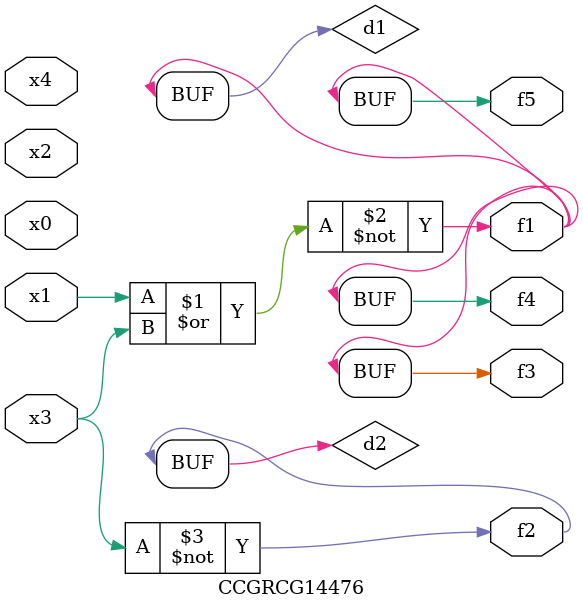
<source format=v>
module CCGRCG14476(
	input x0, x1, x2, x3, x4,
	output f1, f2, f3, f4, f5
);

	wire d1, d2;

	nor (d1, x1, x3);
	not (d2, x3);
	assign f1 = d1;
	assign f2 = d2;
	assign f3 = d1;
	assign f4 = d1;
	assign f5 = d1;
endmodule

</source>
